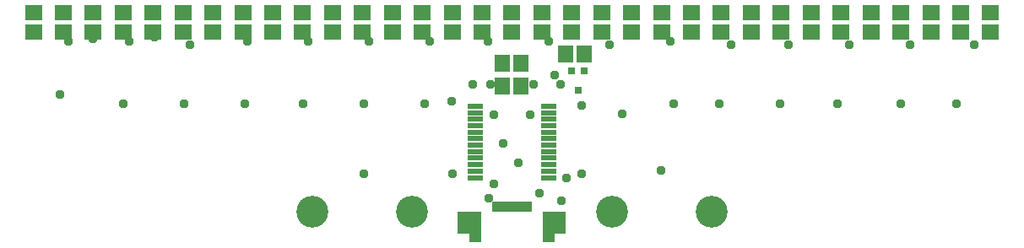
<source format=gbr>
G04 EAGLE Gerber RS-274X export*
G75*
%MOMM*%
%FSLAX34Y34*%
%LPD*%
%INSoldermask Top*%
%IPPOS*%
%AMOC8*
5,1,8,0,0,1.08239X$1,22.5*%
G01*
%ADD10R,1.503200X1.703200*%
%ADD11R,1.803200X1.503200*%
%ADD12R,1.600200X0.551200*%
%ADD13R,0.673200X0.803200*%
%ADD14R,1.503200X1.803200*%
%ADD15R,0.503200X1.003200*%
%ADD16R,1.150000X2.200000*%
%ADD17R,1.300000X3.050000*%
%ADD18C,3.203200*%
%ADD19C,0.959600*%


D10*
X509244Y538992D03*
X490244Y538992D03*
X509244Y516320D03*
X490244Y516320D03*
D11*
X50000Y570500D03*
X50000Y589500D03*
D12*
X536560Y495750D03*
X536560Y489250D03*
X536560Y482750D03*
X536560Y469750D03*
X536560Y476250D03*
X536560Y463250D03*
X536560Y456750D03*
X536560Y450250D03*
X536560Y443750D03*
X536560Y437250D03*
X463440Y495750D03*
X463440Y489250D03*
X463440Y482750D03*
X463440Y476250D03*
X463440Y469750D03*
X463440Y463250D03*
X463440Y456750D03*
X463440Y450250D03*
X463440Y443750D03*
X463440Y437250D03*
X463440Y430750D03*
X463440Y424250D03*
X536560Y424250D03*
X536560Y430750D03*
D11*
X110000Y570500D03*
X110000Y589500D03*
X170000Y570500D03*
X170000Y589500D03*
X230000Y570500D03*
X230000Y589500D03*
X290000Y570500D03*
X290000Y589500D03*
X350000Y570500D03*
X350000Y589500D03*
X410000Y570500D03*
X410000Y589500D03*
X470000Y570500D03*
X470000Y589500D03*
X530000Y570500D03*
X530000Y589500D03*
X590000Y570500D03*
X590000Y589500D03*
X650000Y570500D03*
X650000Y589500D03*
X710000Y570500D03*
X710000Y589500D03*
X770000Y570500D03*
X770000Y589500D03*
X830000Y570500D03*
X830000Y589500D03*
X890000Y570500D03*
X890000Y589500D03*
X950000Y570500D03*
X950000Y589500D03*
D13*
X572716Y530956D03*
X559716Y530956D03*
X566216Y511956D03*
D14*
X553668Y548408D03*
X572668Y548408D03*
D11*
X20000Y570500D03*
X20000Y589500D03*
X80000Y570500D03*
X80000Y589500D03*
X140000Y570500D03*
X140000Y589500D03*
X200000Y570500D03*
X200000Y589500D03*
X260000Y570500D03*
X260000Y589500D03*
X320000Y570500D03*
X320000Y589500D03*
X380000Y570500D03*
X380000Y589500D03*
X440000Y570500D03*
X440000Y589500D03*
X500000Y570500D03*
X500000Y589500D03*
X560000Y570500D03*
X560000Y589500D03*
X620000Y570500D03*
X620000Y589500D03*
X680000Y570500D03*
X680000Y589500D03*
X740000Y570500D03*
X740000Y589500D03*
X800000Y570500D03*
X800000Y589500D03*
X860000Y570500D03*
X860000Y589500D03*
X920000Y570500D03*
X920000Y589500D03*
X980000Y570500D03*
X980000Y589500D03*
D15*
X482500Y395000D03*
X487500Y395000D03*
X492500Y395000D03*
X497500Y395000D03*
X502500Y395000D03*
X507500Y395000D03*
X512500Y395000D03*
X517500Y395000D03*
D16*
X548250Y379000D03*
D17*
X536500Y374750D03*
D16*
X451750Y379000D03*
D17*
X463500Y374750D03*
D18*
X600000Y390000D03*
X300000Y390000D03*
X700000Y390000D03*
X400000Y390000D03*
D19*
X478536Y518160D03*
X505968Y438912D03*
X460248Y518160D03*
X521208Y518160D03*
X542544Y527304D03*
X477012Y403860D03*
X440248Y428160D03*
X570248Y428160D03*
X610248Y488160D03*
X110248Y498160D03*
X890248Y498160D03*
X171208Y498160D03*
X232168Y498160D03*
X46240Y507304D03*
X290080Y498160D03*
X351040Y498160D03*
X412000Y498160D03*
X491248Y458536D03*
X661936Y498160D03*
X707656Y498160D03*
X768616Y498160D03*
X826528Y498160D03*
X945400Y498160D03*
X351040Y428056D03*
X549160Y400624D03*
X649744Y431104D03*
X439432Y501208D03*
X54864Y560832D03*
X518160Y487680D03*
X527304Y408432D03*
X481584Y417576D03*
X481584Y487680D03*
X115824Y560832D03*
X176784Y557784D03*
X234696Y560832D03*
X295656Y560832D03*
X356616Y560832D03*
X417576Y560832D03*
X475488Y560832D03*
X536448Y560832D03*
X597408Y557784D03*
X658368Y560832D03*
X719328Y557784D03*
X777240Y557784D03*
X838200Y557784D03*
X899160Y557784D03*
X963168Y557784D03*
X569976Y496824D03*
X554736Y423672D03*
X20000Y570500D03*
X79248Y563880D03*
X548640Y518160D03*
X141732Y565404D03*
X200000Y570500D03*
X260000Y570500D03*
X320000Y570500D03*
X380000Y570500D03*
X440000Y570500D03*
X500000Y570500D03*
X560000Y570500D03*
X620000Y570500D03*
X680000Y570500D03*
X740000Y570500D03*
X800000Y570500D03*
X860000Y570500D03*
X920000Y570500D03*
X980000Y570500D03*
M02*

</source>
